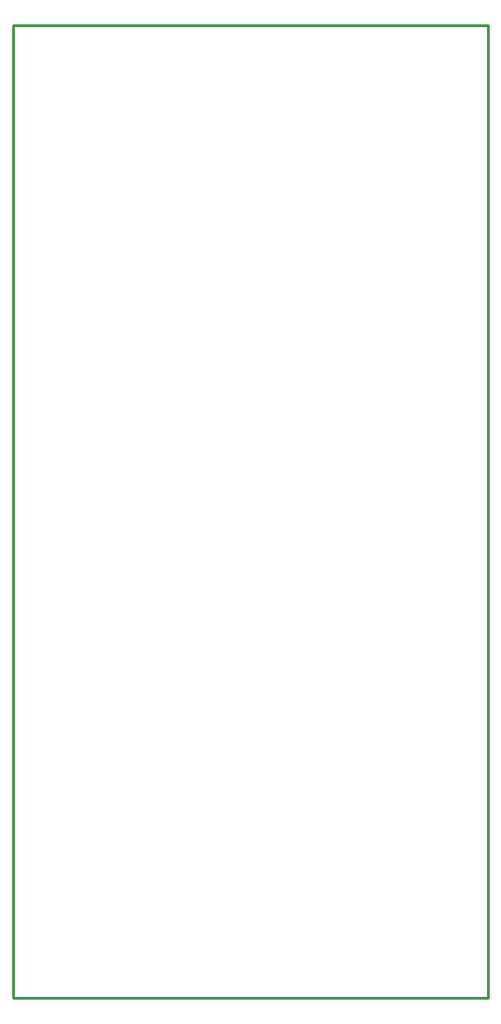
<source format=gbr>
G04 EAGLE Gerber RS-274X export*
G75*
%MOMM*%
%FSLAX34Y34*%
%LPD*%
%IN*%
%IPPOS*%
%AMOC8*
5,1,8,0,0,1.08239X$1,22.5*%
G01*
%ADD10C,0.254000*%


D10*
X0Y0D02*
X430000Y0D01*
X430000Y880000D01*
X0Y880000D01*
X0Y0D01*
M02*

</source>
